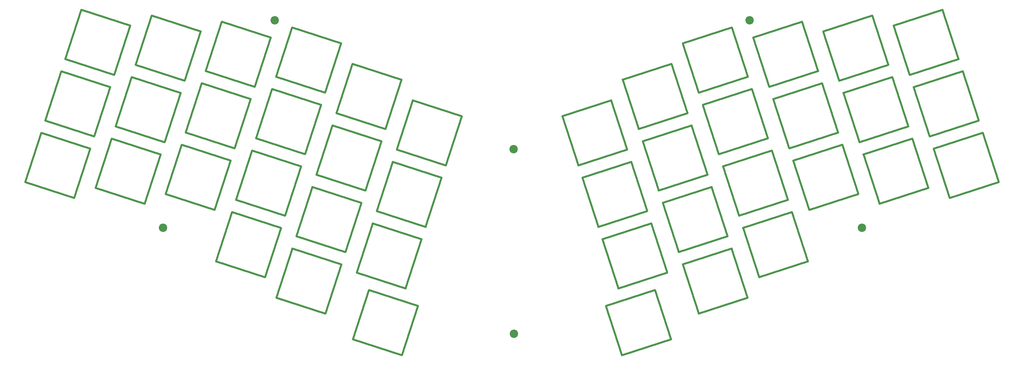
<source format=gts>
G04 #@! TF.GenerationSoftware,KiCad,Pcbnew,8.0.4*
G04 #@! TF.CreationDate,2024-09-01T14:28:51+07:00*
G04 #@! TF.ProjectId,ozprey,6f7a7072-6579-42e6-9b69-6361645f7063,1.0*
G04 #@! TF.SameCoordinates,Original*
G04 #@! TF.FileFunction,Soldermask,Top*
G04 #@! TF.FilePolarity,Negative*
%FSLAX46Y46*%
G04 Gerber Fmt 4.6, Leading zero omitted, Abs format (unit mm)*
G04 Created by KiCad (PCBNEW 8.0.4) date 2024-09-01 14:28:51*
%MOMM*%
%LPD*%
G01*
G04 APERTURE LIST*
G04 Aperture macros list*
%AMHorizOval*
0 Thick line with rounded ends*
0 $1 width*
0 $2 $3 position (X,Y) of the first rounded end (center of the circle)*
0 $4 $5 position (X,Y) of the second rounded end (center of the circle)*
0 Add line between two ends*
20,1,$1,$2,$3,$4,$5,0*
0 Add two circle primitives to create the rounded ends*
1,1,$1,$2,$3*
1,1,$1,$4,$5*%
G04 Aperture macros list end*
%ADD10HorizOval,0.508000X-2.084629X6.415827X2.084629X-6.415827X0*%
%ADD11HorizOval,0.508000X6.415827X2.084629X-6.415827X-2.084629X0*%
%ADD12HorizOval,0.508000X2.084629X6.415827X-2.084629X-6.415827X0*%
%ADD13HorizOval,0.508000X6.415827X-2.084629X-6.415827X2.084629X0*%
%ADD14C,2.200000*%
G04 APERTURE END LIST*
D10*
G04 #@! TO.C,SW42*
X260493108Y-95596770D03*
D11*
X264801845Y-87014239D03*
X269014055Y-99978090D03*
D10*
X273316920Y-91377488D03*
G04 #@! TD*
G04 #@! TO.C,SW41*
X255239808Y-79428770D03*
D11*
X259548545Y-70846239D03*
X263760755Y-83810090D03*
D10*
X268063620Y-75209488D03*
G04 #@! TD*
G04 #@! TO.C,SW40*
X249986508Y-63260770D03*
D11*
X254295245Y-54678239D03*
X258507455Y-67642090D03*
D10*
X262810320Y-59041488D03*
G04 #@! TD*
G04 #@! TO.C,SW39*
X242076208Y-97164570D03*
D11*
X246384945Y-88582039D03*
X250597155Y-101545890D03*
D10*
X254900020Y-92945288D03*
G04 #@! TD*
G04 #@! TO.C,SW38*
X236822908Y-80996670D03*
D11*
X241131645Y-72414139D03*
X245343855Y-85377990D03*
D10*
X249646720Y-76777388D03*
G04 #@! TD*
G04 #@! TO.C,SW37*
X231569608Y-64828670D03*
D11*
X235878345Y-56246139D03*
X240090555Y-69209990D03*
D10*
X244393420Y-60609388D03*
G04 #@! TD*
G04 #@! TO.C,SW36*
X223659308Y-98732470D03*
D11*
X227968045Y-90149939D03*
X232180255Y-103113790D03*
D10*
X236483120Y-94513188D03*
G04 #@! TD*
G04 #@! TO.C,SW35*
X218406008Y-82564470D03*
D11*
X222714745Y-73981939D03*
X226926955Y-86945790D03*
D10*
X231229820Y-78345188D03*
G04 #@! TD*
G04 #@! TO.C,SW34*
X213152808Y-66396570D03*
D11*
X217461545Y-57814039D03*
X221673755Y-70777890D03*
D10*
X225976620Y-62177288D03*
G04 #@! TD*
G04 #@! TO.C,SW33*
X210495708Y-116468270D03*
D11*
X214804445Y-107885739D03*
X219016655Y-120849590D03*
D10*
X223319520Y-112248988D03*
G04 #@! TD*
G04 #@! TO.C,SW32*
X205242408Y-100300370D03*
D11*
X209551145Y-91717839D03*
X213763355Y-104681690D03*
D10*
X218066220Y-96081088D03*
G04 #@! TD*
G04 #@! TO.C,SW31*
X199989208Y-84132370D03*
D11*
X204297945Y-75549839D03*
X208510155Y-88513690D03*
D10*
X212813020Y-79913088D03*
G04 #@! TD*
G04 #@! TO.C,SW30*
X194735908Y-67964470D03*
D11*
X199044645Y-59381939D03*
X203256855Y-72345790D03*
D10*
X207559720Y-63745188D03*
G04 #@! TD*
G04 #@! TO.C,SW29*
X194674608Y-126025070D03*
D11*
X198983345Y-117442539D03*
X203195555Y-130406390D03*
D10*
X207498420Y-121805788D03*
G04 #@! TD*
G04 #@! TO.C,SW28*
X189421308Y-109857070D03*
D11*
X193730045Y-101274539D03*
X197942255Y-114238390D03*
D10*
X202245120Y-105637788D03*
G04 #@! TD*
G04 #@! TO.C,SW27*
X184168008Y-93689170D03*
D11*
X188476745Y-85106639D03*
X192688955Y-98070490D03*
D10*
X196991820Y-89469888D03*
G04 #@! TD*
G04 #@! TO.C,SW26*
X178914708Y-77521170D03*
D11*
X183223445Y-68938639D03*
X187435655Y-81902490D03*
D10*
X191738520Y-73301888D03*
G04 #@! TD*
G04 #@! TO.C,SW25*
X174573708Y-136972370D03*
D11*
X178882445Y-128389839D03*
X183094655Y-141353690D03*
D10*
X187397520Y-132753088D03*
G04 #@! TD*
G04 #@! TO.C,SW24*
X173600208Y-119413870D03*
D11*
X177908945Y-110831339D03*
X182121155Y-123795190D03*
D10*
X186424020Y-115194588D03*
G04 #@! TD*
G04 #@! TO.C,SW23*
X168346908Y-103245870D03*
D11*
X172655645Y-94663339D03*
X176867855Y-107627190D03*
D10*
X181170720Y-99026588D03*
G04 #@! TD*
G04 #@! TO.C,SW22*
X163093608Y-87077870D03*
D11*
X167402345Y-78495339D03*
X171614555Y-91459190D03*
D10*
X175917420Y-82858588D03*
G04 #@! TD*
D12*
G04 #@! TO.C,SW21*
X108178105Y-132800641D03*
D13*
X116708631Y-128389839D03*
X112496421Y-141353690D03*
D12*
X121032819Y-136924818D03*
G04 #@! TD*
G04 #@! TO.C,SW20*
X109151605Y-115242141D03*
D13*
X117682131Y-110831339D03*
X113469921Y-123795190D03*
D12*
X122006319Y-119366318D03*
G04 #@! TD*
G04 #@! TO.C,SW19*
X114404905Y-99074141D03*
D13*
X122935431Y-94663339D03*
X118723221Y-107627190D03*
D12*
X127259619Y-103198318D03*
G04 #@! TD*
G04 #@! TO.C,SW18*
X119658205Y-82906141D03*
D13*
X128188731Y-78495339D03*
X123976521Y-91459190D03*
D12*
X132512919Y-87030318D03*
G04 #@! TD*
G04 #@! TO.C,SW17*
X88077205Y-121853341D03*
D13*
X96607731Y-117442539D03*
X92395521Y-130406390D03*
D12*
X100931919Y-125977518D03*
G04 #@! TD*
G04 #@! TO.C,SW16*
X93330405Y-105685341D03*
D13*
X101860931Y-101274539D03*
X97648721Y-114238390D03*
D12*
X106185119Y-109809518D03*
G04 #@! TD*
G04 #@! TO.C,SW15*
X98583705Y-89517441D03*
D13*
X107114231Y-85106639D03*
X102902021Y-98070490D03*
D12*
X111438419Y-93641618D03*
G04 #@! TD*
G04 #@! TO.C,SW14*
X103837005Y-73349441D03*
D13*
X112367531Y-68938639D03*
X108155321Y-81902490D03*
D12*
X116691719Y-77473618D03*
G04 #@! TD*
G04 #@! TO.C,SW13*
X72256005Y-112296541D03*
D13*
X80786531Y-107885739D03*
X76574321Y-120849590D03*
D12*
X85110719Y-116420718D03*
G04 #@! TD*
G04 #@! TO.C,SW12*
X77509305Y-96128641D03*
D13*
X86039831Y-91717839D03*
X81827621Y-104681690D03*
D12*
X90364019Y-100252818D03*
G04 #@! TD*
G04 #@! TO.C,SW11*
X82762605Y-79960641D03*
D13*
X91293131Y-75549839D03*
X87080921Y-88513690D03*
D12*
X95617319Y-84084818D03*
G04 #@! TD*
G04 #@! TO.C,SW10*
X88015905Y-63792741D03*
D13*
X96546431Y-59381939D03*
X92334221Y-72345790D03*
D12*
X100870619Y-67916918D03*
G04 #@! TD*
G04 #@! TO.C,SW9*
X59092405Y-94560741D03*
D13*
X67622931Y-90149939D03*
X63410721Y-103113790D03*
D12*
X71947119Y-98684918D03*
G04 #@! TD*
G04 #@! TO.C,SW8*
X64345705Y-78392741D03*
D13*
X72876231Y-73981939D03*
X68664021Y-86945790D03*
D12*
X77200419Y-82516918D03*
G04 #@! TD*
G04 #@! TO.C,SW7*
X69599005Y-62224841D03*
D13*
X78129531Y-57814039D03*
X73917321Y-70777890D03*
D12*
X82453719Y-66349018D03*
G04 #@! TD*
G04 #@! TO.C,SW6*
X40675505Y-92992841D03*
D13*
X49206031Y-88582039D03*
X44993821Y-101545890D03*
D12*
X53530219Y-97117018D03*
G04 #@! TD*
G04 #@! TO.C,SW5*
X45928805Y-76824941D03*
D13*
X54459331Y-72414139D03*
X50247121Y-85377990D03*
D12*
X58783519Y-80949118D03*
G04 #@! TD*
G04 #@! TO.C,SW4*
X51182105Y-60656941D03*
D13*
X59712631Y-56246139D03*
X55500421Y-69209990D03*
D12*
X64036819Y-64781118D03*
G04 #@! TD*
G04 #@! TO.C,SW3*
X22258605Y-91425041D03*
D13*
X30789131Y-87014239D03*
X26576921Y-99978090D03*
D12*
X35113319Y-95549218D03*
G04 #@! TD*
G04 #@! TO.C,SW2*
X27511905Y-75257041D03*
D13*
X36042431Y-70846239D03*
X31830221Y-83810090D03*
D12*
X40366619Y-79381218D03*
G04 #@! TD*
G04 #@! TO.C,SW1*
X32765205Y-59089041D03*
D13*
X41295731Y-54678239D03*
X37083521Y-67642090D03*
D12*
X45619919Y-63213218D03*
G04 #@! TD*
D14*
G04 #@! TO.C,H_M2_4*
X210100738Y-55377800D03*
G04 #@! TD*
G04 #@! TO.C,H_M2_3*
X148250707Y-89277832D03*
G04 #@! TD*
G04 #@! TO.C,H_M2_5*
X239600738Y-109877800D03*
G04 #@! TD*
G04 #@! TO.C,H_M2_1*
X85600738Y-55377800D03*
G04 #@! TD*
G04 #@! TO.C,H_M2_2*
X56279438Y-109877800D03*
G04 #@! TD*
G04 #@! TO.C,H_M2_6*
X148279438Y-137724100D03*
G04 #@! TD*
M02*

</source>
